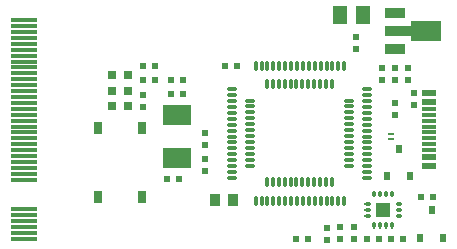
<source format=gtp>
G04*
G04 #@! TF.GenerationSoftware,Altium Limited,Altium Designer,18.1.7 (191)*
G04*
G04 Layer_Color=8421504*
%FSLAX44Y44*%
%MOMM*%
G71*
G01*
G75*
G04:AMPARAMS|DCode=14|XSize=0.3mm|YSize=0.8mm|CornerRadius=0.075mm|HoleSize=0mm|Usage=FLASHONLY|Rotation=180.000|XOffset=0mm|YOffset=0mm|HoleType=Round|Shape=RoundedRectangle|*
%AMROUNDEDRECTD14*
21,1,0.3000,0.6500,0,0,180.0*
21,1,0.1500,0.8000,0,0,180.0*
1,1,0.1500,-0.0750,0.3250*
1,1,0.1500,0.0750,0.3250*
1,1,0.1500,0.0750,-0.3250*
1,1,0.1500,-0.0750,-0.3250*
%
%ADD14ROUNDEDRECTD14*%
G04:AMPARAMS|DCode=15|XSize=0.3mm|YSize=0.8mm|CornerRadius=0.075mm|HoleSize=0mm|Usage=FLASHONLY|Rotation=90.000|XOffset=0mm|YOffset=0mm|HoleType=Round|Shape=RoundedRectangle|*
%AMROUNDEDRECTD15*
21,1,0.3000,0.6500,0,0,90.0*
21,1,0.1500,0.8000,0,0,90.0*
1,1,0.1500,0.3250,0.0750*
1,1,0.1500,0.3250,-0.0750*
1,1,0.1500,-0.3250,-0.0750*
1,1,0.1500,-0.3250,0.0750*
%
%ADD15ROUNDEDRECTD15*%
%ADD16R,0.6000X0.6000*%
%ADD17R,2.2500X0.3500*%
%ADD18R,0.6000X0.2000*%
%ADD19R,0.5500X0.8000*%
%ADD20R,0.6000X0.6000*%
%ADD21R,1.3000X1.5000*%
%ADD22R,1.7000X0.9000*%
%ADD23R,2.5000X0.9000*%
%ADD24R,2.6000X1.7000*%
%ADD25R,2.4000X1.7000*%
%ADD26R,0.2800X0.2800*%
%ADD27O,0.2800X0.6600*%
%ADD28O,0.6600X0.2800*%
%ADD29R,1.2500X1.2500*%
%ADD30R,0.7000X1.1000*%
%ADD31R,0.8000X0.8000*%
%ADD32R,0.9300X0.9800*%
%ADD33R,1.1500X0.6000*%
%ADD34R,1.1500X0.3000*%
D14*
X452000Y448500D02*
D03*
X447000D02*
D03*
X442000D02*
D03*
X437000D02*
D03*
X432000D02*
D03*
X427000D02*
D03*
X422000D02*
D03*
X417000D02*
D03*
X412000D02*
D03*
X407000D02*
D03*
X402000D02*
D03*
X397000D02*
D03*
X392000D02*
D03*
X387000D02*
D03*
X382000D02*
D03*
X377000D02*
D03*
X452000Y334500D02*
D03*
X447000D02*
D03*
X442000D02*
D03*
X437000D02*
D03*
X432000D02*
D03*
X427000D02*
D03*
X422000D02*
D03*
X417000D02*
D03*
X412000D02*
D03*
X407000D02*
D03*
X402000D02*
D03*
X397000D02*
D03*
X392000D02*
D03*
X387000D02*
D03*
X382000D02*
D03*
X377000D02*
D03*
X441500Y433750D02*
D03*
X436500D02*
D03*
X431500D02*
D03*
X426500D02*
D03*
X421500D02*
D03*
X416500D02*
D03*
X411500D02*
D03*
X406500D02*
D03*
X401500D02*
D03*
X396500D02*
D03*
X391500D02*
D03*
X386500D02*
D03*
X441500Y350250D02*
D03*
X436500D02*
D03*
X431500D02*
D03*
X426500D02*
D03*
X421500D02*
D03*
X416500D02*
D03*
X411500D02*
D03*
X406500D02*
D03*
X401500D02*
D03*
X396500D02*
D03*
X391500D02*
D03*
X386500D02*
D03*
D15*
X471500Y354000D02*
D03*
Y359000D02*
D03*
Y364000D02*
D03*
Y369000D02*
D03*
Y374000D02*
D03*
Y379000D02*
D03*
Y384000D02*
D03*
Y389000D02*
D03*
Y394000D02*
D03*
Y399000D02*
D03*
Y404000D02*
D03*
Y409000D02*
D03*
Y414000D02*
D03*
Y419000D02*
D03*
Y424000D02*
D03*
Y429000D02*
D03*
X357080Y354000D02*
D03*
Y359000D02*
D03*
Y364000D02*
D03*
Y369000D02*
D03*
Y374000D02*
D03*
Y379000D02*
D03*
Y384000D02*
D03*
Y389000D02*
D03*
Y394000D02*
D03*
Y399000D02*
D03*
Y404000D02*
D03*
Y409000D02*
D03*
Y414000D02*
D03*
Y419000D02*
D03*
Y424000D02*
D03*
Y429000D02*
D03*
X455750Y364500D02*
D03*
Y369500D02*
D03*
Y374500D02*
D03*
Y379500D02*
D03*
Y384500D02*
D03*
Y389500D02*
D03*
Y394500D02*
D03*
Y399500D02*
D03*
Y404500D02*
D03*
Y409500D02*
D03*
Y414500D02*
D03*
Y419500D02*
D03*
X372250Y364500D02*
D03*
Y369500D02*
D03*
Y374500D02*
D03*
X372250Y379500D02*
D03*
X372250Y384500D02*
D03*
Y389500D02*
D03*
Y394500D02*
D03*
Y399500D02*
D03*
Y404500D02*
D03*
X372250Y409500D02*
D03*
X372250Y414500D02*
D03*
X372250Y419500D02*
D03*
D16*
X470920Y302000D02*
D03*
X481080D02*
D03*
X502080D02*
D03*
X491920D02*
D03*
X516920Y338000D02*
D03*
X527080D02*
D03*
X421080Y302000D02*
D03*
X410920D02*
D03*
X281920Y449000D02*
D03*
X292080D02*
D03*
X281920Y437000D02*
D03*
X292080D02*
D03*
X304920D02*
D03*
X315080D02*
D03*
X301920Y353000D02*
D03*
X312080D02*
D03*
X304920Y425000D02*
D03*
X315080D02*
D03*
X350920Y449000D02*
D03*
X361080D02*
D03*
D17*
X181000Y457500D02*
D03*
Y452500D02*
D03*
Y447500D02*
D03*
Y442500D02*
D03*
Y302500D02*
D03*
Y307500D02*
D03*
Y312500D02*
D03*
Y317500D02*
D03*
Y322500D02*
D03*
Y327500D02*
D03*
Y352500D02*
D03*
Y357500D02*
D03*
Y362500D02*
D03*
Y367500D02*
D03*
Y372500D02*
D03*
Y377500D02*
D03*
Y382500D02*
D03*
Y387500D02*
D03*
Y392500D02*
D03*
Y397500D02*
D03*
Y402500D02*
D03*
Y407500D02*
D03*
Y412500D02*
D03*
Y417500D02*
D03*
Y422500D02*
D03*
Y427500D02*
D03*
Y432500D02*
D03*
Y437500D02*
D03*
Y462500D02*
D03*
Y487500D02*
D03*
Y482500D02*
D03*
Y477500D02*
D03*
Y472500D02*
D03*
Y467500D02*
D03*
D18*
X492000Y387000D02*
D03*
Y391000D02*
D03*
D19*
X498000Y378500D02*
D03*
X507500Y355500D02*
D03*
X488500D02*
D03*
X526000Y326500D02*
D03*
X535500Y303500D02*
D03*
X516500D02*
D03*
D20*
X460000Y301920D02*
D03*
Y312080D02*
D03*
X511000Y426080D02*
D03*
Y415920D02*
D03*
X334000Y381920D02*
D03*
Y392080D02*
D03*
X495000Y447080D02*
D03*
Y436920D02*
D03*
X282000Y413920D02*
D03*
Y424080D02*
D03*
X506000Y447080D02*
D03*
Y436920D02*
D03*
X495000Y417080D02*
D03*
Y406920D02*
D03*
X437000Y301840D02*
D03*
Y312000D02*
D03*
X484000Y447080D02*
D03*
Y436920D02*
D03*
X334000Y370080D02*
D03*
Y359920D02*
D03*
X448000Y301920D02*
D03*
Y312080D02*
D03*
X462000Y473080D02*
D03*
Y462920D02*
D03*
D21*
X448500Y492000D02*
D03*
X467500D02*
D03*
D22*
X495000Y494000D02*
D03*
Y463000D02*
D03*
D23*
X499000Y478000D02*
D03*
D24*
X521000D02*
D03*
D25*
X310600Y370500D02*
D03*
Y407500D02*
D03*
D26*
X492500Y311850D02*
D03*
X487500D02*
D03*
X482500D02*
D03*
X477500D02*
D03*
X469850Y321786D02*
D03*
Y326786D02*
D03*
Y331786D02*
D03*
X477500Y342150D02*
D03*
X482500D02*
D03*
X487500D02*
D03*
X492500D02*
D03*
X500150Y332040D02*
D03*
Y327040D02*
D03*
Y322040D02*
D03*
D27*
X492500Y313750D02*
D03*
X487500D02*
D03*
X482500D02*
D03*
X477500D02*
D03*
Y340250D02*
D03*
X482500D02*
D03*
X487500D02*
D03*
X492500D02*
D03*
D28*
X471750Y321786D02*
D03*
Y326786D02*
D03*
Y331786D02*
D03*
X498250Y332040D02*
D03*
Y327040D02*
D03*
Y322040D02*
D03*
D29*
X485000Y327000D02*
D03*
D30*
X280500Y337500D02*
D03*
Y396500D02*
D03*
X243500D02*
D03*
Y337500D02*
D03*
D31*
X269300Y441000D02*
D03*
X255300D02*
D03*
X269300Y428000D02*
D03*
X255300D02*
D03*
X269300Y415000D02*
D03*
X255300D02*
D03*
D32*
X342300Y335000D02*
D03*
X357700D02*
D03*
D33*
X524030Y426000D02*
D03*
X524000Y418500D02*
D03*
X524030Y371500D02*
D03*
Y364000D02*
D03*
D34*
Y412500D02*
D03*
Y407500D02*
D03*
Y402500D02*
D03*
X524000Y397500D02*
D03*
X524030Y392500D02*
D03*
Y387500D02*
D03*
Y382500D02*
D03*
Y377500D02*
D03*
M02*

</source>
